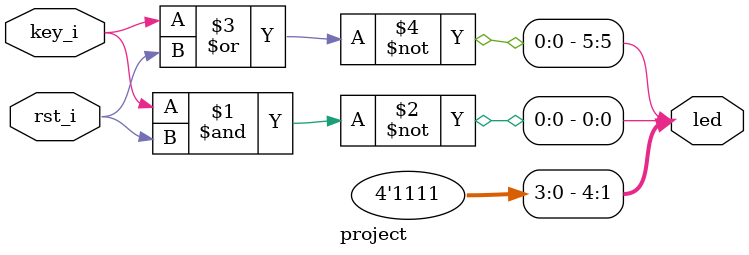
<source format=v>
module project (
    input wire key_i,
    input wire rst_i,
    output wire [5:0] led
);

    assign led[0] = ~(key_i & rst_i);
    assign led[1] = 1;
    assign led[2] = 1;
    assign led[3] = 1;
    assign led[4] = 1;
    assign led[5] = ~(key_i | rst_i);

endmodule

</source>
